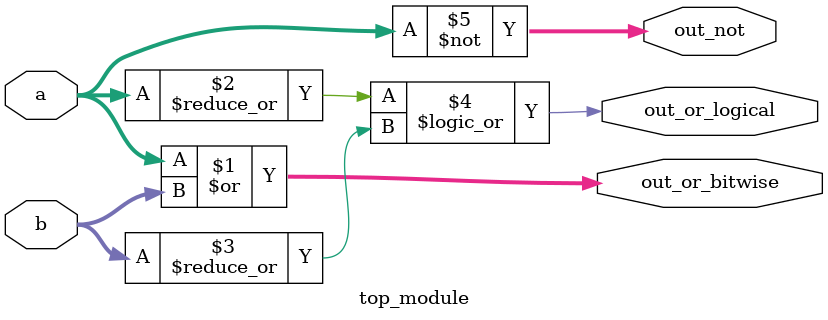
<source format=sv>
module top_module(
    input [2:0] a,
    input [2:0] b,
    output [2:0] out_or_bitwise,
    output out_or_logical,
    output [2:0] out_not
);

    // Bitwise OR
    assign out_or_bitwise = a | b;

    // Logical OR
    assign out_or_logical = |a || |b;

    // Bitwise NOT
    assign out_not = ~{a};

endmodule

</source>
